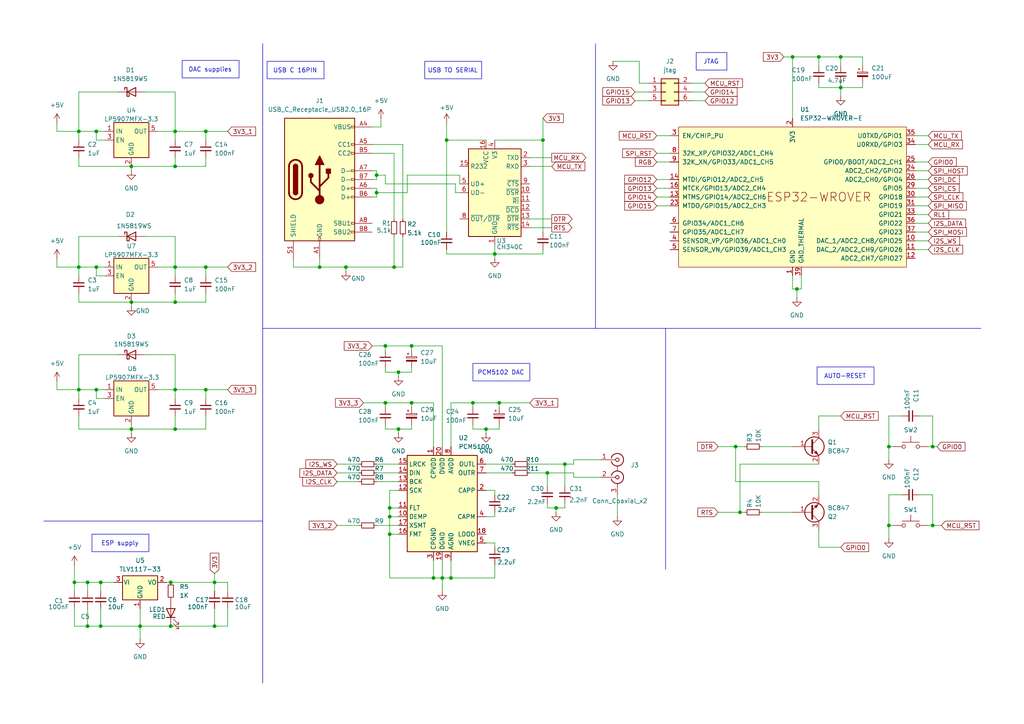
<source format=kicad_sch>
(kicad_sch (version 20231120) (generator "eeschema") (generator_version "8.0")
  (paper "A4")
  (title_block (title "LucaudioESP32") (date "2024-06-14") (rev "0.a") (comment 1 "Esp32 board running squeezelite for audio streaming"))
  (lib_symbols
    (symbol "Audio:PCM5100"
      (property "Reference" "U" (at -10.16 13.97 0))
      (property "Value" "PCM5100" (at 3.81 13.97 0))
      (symbol "PCM5100_1_1"
        (pin passive line (at -2.54 15.24 270) (length 2.54) (name "CPVDD") (number "1"))
        (pin input line (at -12.7 -5.08 0) (length 2.54) (name "DEMP") (number "10"))
        (pin input line (at -12.7 -2.54 0) (length 2.54) (name "FLT") (number "11"))
        (pin input line (at -12.7 2.54 0) (length 2.54) (name "SCK") (number "12"))
        (pin input line (at -12.7 5.08 0) (length 2.54) (name "BCK") (number "13"))
        (pin input line (at -12.7 7.62 0) (length 2.54) (name "DIN") (number "14"))
        (pin input line (at -12.7 10.16 0) (length 2.54) (name "LRCK") (number "15"))
        (pin input line (at -12.7 -10.16 0) (length 2.54) (name "FMT") (number "16"))
        (pin input line (at -12.7 -7.62 0) (length 2.54) (name "XSMT") (number "17"))
        (pin passive line (at 12.7 -10.16 180) (length 2.54) (name "LDOO") (number "18"))
        (pin power_in line (at 0 -17.78 90) (length 2.54) (name "DGND") (number "19"))
        (pin passive line (at 12.7 2.54 180) (length 2.54) (name "CAPP") (number "2"))
        (pin power_in line (at 0 15.24 270) (length 2.54) (name "DVDD") (number "20"))
        (pin power_in line (at -2.54 -17.78 90) (length 2.54) (name "CPGND") (number "3"))
        (pin passive line (at 12.7 -5.08 180) (length 2.54) (name "CAPM") (number "4"))
        (pin passive line (at 12.7 -12.7 180) (length 2.54) (name "VNEG") (number "5"))
        (pin output line (at 12.7 10.16 180) (length 2.54) (name "OUTL") (number "6"))
        (pin output line (at 12.7 7.62 180) (length 2.54) (name "OUTR") (number "7"))
        (pin power_in line (at 2.54 15.24 270) (length 2.54) (name "AVDD") (number "8"))
        (pin power_in line (at 2.54 -17.78 90) (length 2.54) (name "AGND") (number "9"))
      )
    )
    (symbol "Connector:Conn_Coaxial_x2" (pin_names (offset 1.016) hide)
      (property "Reference" "J" (at 0 5.715 0))
      (property "Value" "Conn_Coaxial_x2" (at 2.921 0 90))
      (symbol "Conn_Coaxial_x2_1_1"
        (pin passive line (at -5.08 2.54 0) (length 2.54) (name "IN1") (number "1"))
        (pin passive line (at -5.08 -2.54 0) (length 2.54) (name "IN2") (number "2"))
        (pin passive line (at 0 -7.62 90) (length 2.54) (name "EXT") (number "3"))
      )
    )
    (symbol "Connector:USB_C_Receptacle_USB2.0_16P" (pin_names (offset 1.016))
      (property "Reference" "J" (at 0 22.225 0))
      (property "Value" "USB_C_Receptacle_USB2.0_16P" (at 0 19.685 0))
      (symbol "USB_C_Receptacle_USB2.0_16P_1_1"
        (pin passive line (at 0 -22.86 90) (length 5.08) (name "GND") (number "A1"))
        (pin passive line (at 0 -22.86 90) (length 5.08) hide (name "GND") (number "A12"))
        (pin passive line (at 15.24 15.24 180) (length 5.08) (name "VBUS") (number "A4"))
        (pin bidirectional line (at 15.24 10.16 180) (length 5.08) (name "CC1") (number "A5"))
        (pin bidirectional line (at 15.24 -2.54 180) (length 5.08) (name "D+") (number "A6"))
        (pin bidirectional line (at 15.24 2.54 180) (length 5.08) (name "D-") (number "A7"))
        (pin bidirectional line (at 15.24 -12.7 180) (length 5.08) (name "SBU1") (number "A8"))
        (pin passive line (at 15.24 15.24 180) (length 5.08) hide (name "VBUS") (number "A9"))
        (pin passive line (at 0 -22.86 90) (length 5.08) hide (name "GND") (number "B1"))
        (pin passive line (at 0 -22.86 90) (length 5.08) hide (name "GND") (number "B12"))
        (pin passive line (at 15.24 15.24 180) (length 5.08) hide (name "VBUS") (number "B4"))
        (pin bidirectional line (at 15.24 7.62 180) (length 5.08) (name "CC2") (number "B5"))
        (pin bidirectional line (at 15.24 -5.08 180) (length 5.08) (name "D+") (number "B6"))
        (pin bidirectional line (at 15.24 0 180) (length 5.08) (name "D-") (number "B7"))
        (pin bidirectional line (at 15.24 -15.24 180) (length 5.08) (name "SBU2") (number "B8"))
        (pin passive line (at 15.24 15.24 180) (length 5.08) hide (name "VBUS") (number "B9"))
        (pin passive line (at -7.62 -22.86 90) (length 5.08) (name "SHIELD") (number "S1"))
      )
    )
    (symbol "Connector_Generic:Conn_02x03_Odd_Even" (pin_names (offset 1.016) hide)
      (property "Reference" "J" (at 1.27 5.08 0))
      (property "Value" "Conn_02x03_Odd_Even" (at 1.27 -5.08 0))
      (symbol "Conn_02x03_Odd_Even_1_1"
        (pin passive line (at -5.08 2.54 0) (length 3.81) (name "Pin_1") (number "1"))
        (pin passive line (at 7.62 2.54 180) (length 3.81) (name "Pin_2") (number "2"))
        (pin passive line (at -5.08 0 0) (length 3.81) (name "Pin_3") (number "3"))
        (pin passive line (at 7.62 0 180) (length 3.81) (name "Pin_4") (number "4"))
        (pin passive line (at -5.08 -2.54 0) (length 3.81) (name "Pin_5") (number "5"))
        (pin passive line (at 7.62 -2.54 180) (length 3.81) (name "Pin_6") (number "6"))
      )
    )
    (symbol "Device:C_Polarized_Small" (pin_numbers hide) (pin_names (offset 0.254) hide)
      (property "Reference" "C" (at 0.254 1.778 0))
      (property "Value" "C_Polarized_Small" (at 0.254 -2.032 0))
      (symbol "C_Polarized_Small_1_1"
        (pin passive line (at 0 2.54 270) (length 1.8542) (name "~") (number "1"))
        (pin passive line (at 0 -2.54 90) (length 1.8542) (name "~") (number "2"))
      )
    )
    (symbol "Device:C_Small" (pin_numbers hide) (pin_names (offset 0.254) hide)
      (property "Reference" "C" (at 0.254 1.778 0))
      (property "Value" "C_Small" (at 0.254 -2.032 0))
      (symbol "C_Small_1_1"
        (pin passive line (at 0 2.54 270) (length 2.032) (name "~") (number "1"))
        (pin passive line (at 0 -2.54 90) (length 2.032) (name "~") (number "2"))
      )
    )
    (symbol "Device:LED" (pin_numbers hide) (pin_names (offset 1.016) hide)
      (property "Reference" "D" (at 0 2.54 0))
      (property "Value" "LED" (at 0 -2.54 0))
      (symbol "LED_1_1"
        (pin passive line (at -3.81 0 0) (length 2.54) (name "K") (number "1"))
        (pin passive line (at 3.81 0 180) (length 2.54) (name "A") (number "2"))
      )
    )
    (symbol "Device:R_Small" (pin_numbers hide) (pin_names (offset 0.254) hide)
      (property "Reference" "R" (at 0.762 0.508 0))
      (property "Value" "R_Small" (at 0.762 -1.016 0))
      (symbol "R_Small_1_1"
        (pin passive line (at 0 2.54 270) (length 0.762) (name "~") (number "1"))
        (pin passive line (at 0 -2.54 90) (length 0.762) (name "~") (number "2"))
      )
    )
    (symbol "Diode:1N5819WS" (pin_numbers hide) (pin_names (offset 1.016) hide)
      (property "Reference" "D" (at 0 2.54 0))
      (property "Value" "1N5819WS" (at 0 -2.54 0))
      (symbol "1N5819WS_1_1"
        (pin passive line (at -3.81 0 0) (length 2.54) (name "K") (number "1"))
        (pin passive line (at 3.81 0 180) (length 2.54) (name "A") (number "2"))
      )
    )
    (symbol "Espressif:ESP32-WROVER-E" (pin_names (offset 1.016))
      (property "Reference" "U1" (at 2.1941 25.4 0))
      (property "Value" "ESP32-WROVER-E" (at 2.1941 22.86 0))
      (symbol "ESP32-WROVER-E_1_1"
        (text "ESP32-­WROVER" (at 7.62 0 0) (effects (font (size 2.54 2.54))))
        (pin power_in line (at 0 -22.86 90) (length 2.54) (name "GND") (number "1"))
        (pin bidirectional line (at 35.56 -12.7 180) (length 2.54) (name "DAC_1/ADC2_CH8/GPIO25") (number "10"))
        (pin bidirectional line (at 35.56 -15.24 180) (length 2.54) (name "DAC_2/ADC2_CH9/GPIO26") (number "11"))
        (pin bidirectional line (at 35.56 -17.78 180) (length 2.54) (name "ADC2_CH7/GPIO27") (number "12"))
        (pin bidirectional line (at -35.56 0 0) (length 2.54) (name "MTMS/GPIO14/ADC2_CH6") (number "13"))
        (pin bidirectional line (at -35.56 5.08 0) (length 2.54) (name "MTDI/GPIO12/ADC2_CH5") (number "14"))
        (pin passive line (at 0 -22.86 90) (length 2.54) hide (name "GND") (number "15"))
        (pin bidirectional line (at -35.56 2.54 0) (length 2.54) (name "MTCK/GPIO13/ADC2_CH4") (number "16"))
        (pin no_connect line (at -29.21 -22.86 90) (length 2.54) hide (name "NC") (number "17"))
        (pin no_connect line (at -8.89 -22.86 90) (length 2.54) hide (name "NC") (number "18"))
        (pin no_connect line (at -26.67 -22.86 90) (length 2.54) hide (name "NC") (number "19"))
        (pin power_in line (at 0 22.86 270) (length 2.54) (name "3V3") (number "2"))
        (pin no_connect line (at -24.13 -22.86 90) (length 2.54) hide (name "NC") (number "20"))
        (pin no_connect line (at -11.43 -22.86 90) (length 2.54) hide (name "NC") (number "21"))
        (pin no_connect line (at -13.97 -22.86 90) (length 2.54) hide (name "NC") (number "22"))
        (pin bidirectional line (at -35.56 -2.54 0) (length 2.54) (name "MTDO/GPIO15/ADC2_CH3") (number "23"))
        (pin bidirectional line (at 35.56 7.62 180) (length 2.54) (name "ADC2_CH2/GPIO2") (number "24"))
        (pin bidirectional line (at 35.56 10.16 180) (length 2.54) (name "GPIO0/BOOT/ADC2_CH1") (number "25"))
        (pin bidirectional line (at 35.56 5.08 180) (length 2.54) (name "ADC2_CH0/GPIO4") (number "26"))
        (pin no_connect line (at -16.51 -22.86 90) (length 2.54) hide (name "NC") (number "27"))
        (pin no_connect line (at -19.05 -22.86 90) (length 2.54) hide (name "NC") (number "28"))
        (pin bidirectional line (at 35.56 2.54 180) (length 2.54) (name "GPIO5") (number "29"))
        (pin input line (at -35.56 17.78 0) (length 2.54) (name "EN/CHIP_PU") (number "3"))
        (pin bidirectional line (at 35.56 0 180) (length 2.54) (name "GPIO18") (number "30"))
        (pin bidirectional line (at 35.56 -2.54 180) (length 2.54) (name "GPIO19") (number "31"))
        (pin no_connect line (at -21.59 -22.86 90) (length 2.54) hide (name "NC") (number "32"))
        (pin bidirectional line (at 35.56 -5.08 180) (length 2.54) (name "GPIO21") (number "33"))
        (pin bidirectional line (at 35.56 15.24 180) (length 2.54) (name "U0RXD/GPIO3") (number "34"))
        (pin bidirectional line (at 35.56 17.78 180) (length 2.54) (name "U0TXD/GPIO1") (number "35"))
        (pin bidirectional line (at 35.56 -7.62 180) (length 2.54) (name "GPIO22") (number "36"))
        (pin bidirectional line (at 35.56 -10.16 180) (length 2.54) (name "GPIO23") (number "37"))
        (pin passive line (at 0 -22.86 90) (length 2.54) hide (name "GND") (number "38"))
        (pin power_in line (at 2.54 -22.86 90) (length 2.54) (name "GND_THERMAL") (number "39"))
        (pin input line (at -35.56 -12.7 0) (length 2.54) (name "SENSOR_VP/GPIO36/ADC1_CH0") (number "4"))
        (pin input line (at -35.56 -15.24 0) (length 2.54) (name "SENSOR_VN/GPIO39/ADC1_CH3") (number "5"))
        (pin input line (at -35.56 -7.62 0) (length 2.54) (name "GPIO34/ADC1_CH6") (number "6"))
        (pin input line (at -35.56 -10.16 0) (length 2.54) (name "GPIO35/ADC1_CH7") (number "7"))
        (pin bidirectional line (at -35.56 12.7 0) (length 2.54) (name "32K_XP/GPIO32/ADC1_CH4") (number "8"))
        (pin bidirectional line (at -35.56 10.16 0) (length 2.54) (name "32K_XN/GPIO33/ADC1_CH5") (number "9"))
      )
    )
    (symbol "Interface_USB:CH340C"
      (property "Reference" "U" (at -5.08 13.97 0))
      (property "Value" "CH340C" (at 1.27 13.97 0))
      (symbol "CH340C_1_1"
        (pin power_in line (at 0 -15.24 90) (length 2.54) (name "GND") (number "1"))
        (pin input line (at 10.16 0 180) (length 2.54) (name "~{DSR}") (number "10"))
        (pin input line (at 10.16 -2.54 180) (length 2.54) (name "~{RI}") (number "11"))
        (pin input line (at 10.16 -5.08 180) (length 2.54) (name "~{DCD}") (number "12"))
        (pin output line (at 10.16 -7.62 180) (length 2.54) (name "~{DTR}") (number "13"))
        (pin output line (at 10.16 -10.16 180) (length 2.54) (name "~{RTS}") (number "14"))
        (pin input line (at -10.16 7.62 0) (length 2.54) (name "R232") (number "15"))
        (pin power_in line (at -2.54 15.24 270) (length 2.54) (name "VCC") (number "16"))
        (pin output line (at 10.16 10.16 180) (length 2.54) (name "TXD") (number "2"))
        (pin input line (at 10.16 7.62 180) (length 2.54) (name "RXD") (number "3"))
        (pin power_out line (at 0 15.24 270) (length 2.54) (name "V3") (number "4"))
        (pin bidirectional line (at -10.16 2.54 0) (length 2.54) (name "UD+") (number "5"))
        (pin bidirectional line (at -10.16 0 0) (length 2.54) (name "UD-") (number "6"))
        (pin no_connect line (at -7.62 -5.08 0) (length 2.54) hide (name "NC") (number "7"))
        (pin output line (at -10.16 -7.62 0) (length 2.54) (name "~{OUT}/~{DTR}") (number "8"))
        (pin input line (at 10.16 2.54 180) (length 2.54) (name "~{CTS}") (number "9"))
      )
    )
    (symbol "Regulator_Linear:LP5907MFX-3.3"
      (property "Reference" "U" (at -3.81 6.35 0))
      (property "Value" "LP5907MFX-3.3" (at 6.35 6.35 0))
      (symbol "LP5907MFX-3.3_0_1"
        (pin power_in line (at -7.62 2.54 0) (length 2.54) (name "IN") (number "1"))
        (pin power_in line (at 0 -7.62 90) (length 2.54) (name "GND") (number "2"))
        (pin input line (at -7.62 0 0) (length 2.54) (name "EN") (number "3"))
        (pin no_connect line (at 5.08 0 180) (length 2.54) hide (name "NC") (number "4"))
        (pin power_out line (at 7.62 2.54 180) (length 2.54) (name "OUT") (number "5"))
      )
    )
    (symbol "Regulator_Linear:TLV1117-33" (pin_names (offset 0.254))
      (property "Reference" "U" (at -3.81 3.175 0))
      (property "Value" "TLV1117-33" (at 0 3.175 0))
      (symbol "TLV1117-33_1_1"
        (pin power_in line (at 0 -7.62 90) (length 2.54) (name "GND") (number "1"))
        (pin power_out line (at 7.62 0 180) (length 2.54) (name "VO") (number "2"))
        (pin power_in line (at -7.62 0 0) (length 2.54) (name "VI") (number "3"))
      )
    )
    (symbol "Switch:SW_Omron_B3FS" (pin_numbers hide) (pin_names (offset 1.016) hide)
      (property "Reference" "SW" (at 1.27 2.54 0))
      (property "Value" "SW_Omron_B3FS" (at 0 -1.524 0))
      (symbol "SW_Omron_B3FS_0_1"
        (pin passive line (at -5.08 0 0) (length 2.54) (name "1") (number "1"))
        (pin passive line (at 5.08 0 180) (length 2.54) (name "2") (number "2"))
      )
    )
    (symbol "Transistor_BJT:BC847" (pin_names (offset 0) hide)
      (property "Reference" "Q" (at 5.08 1.905 0))
      (property "Value" "BC847" (at 5.08 0 0))
      (symbol "BC847_1_1"
        (pin input line (at -5.08 0 0) (length 5.715) (name "B") (number "1"))
        (pin passive line (at 2.54 -5.08 90) (length 2.54) (name "E") (number "2"))
        (pin passive line (at 2.54 5.08 270) (length 2.54) (name "C") (number "3"))
      )
    )
    (symbol "power:+5V" (power) (pin_numbers hide) (pin_names (offset 0) hide)
      (property "Value" "+5V" (at 0 3.556 0))
      (symbol "+5V_1_1"
        (pin power_in line (at 0 0 90) (length 0) (name "~") (number "1"))
      )
    )
    (symbol "power:GND" (power) (pin_numbers hide) (pin_names (offset 0) hide)
      (property "Value" "GND" (at 0 -3.81 0))
      (symbol "GND_1_1"
        (pin power_in line (at 0 0 270) (length 0) (name "~") (number "1"))
      )
    )
  )
  (junction (at 62.23 168.91))
  (junction (at 129.54 40.64))
  (junction (at 38.1 48.26))
  (junction (at 111.76 116.84))
  (junction (at 59.69 38.1))
  (junction (at 128.27 167.64))
  (junction (at 130.81 167.64))
  (junction (at 50.8 48.26))
  (junction (at 113.03 149.86))
  (junction (at 100.33 77.47))
  (junction (at 109.22 55.88))
  (junction (at 22.86 113.03))
  (junction (at 229.87 16.51))
  (junction (at 25.4 168.91))
  (junction (at 50.8 124.46))
  (junction (at 21.59 168.91))
  (junction (at 50.8 77.47))
  (junction (at 158.75 137.16))
  (junction (at 137.16 116.84))
  (junction (at 50.8 113.03))
  (junction (at 270.51 129.54))
  (junction (at 27.94 113.03))
  (junction (at 38.1 124.46))
  (junction (at 119.38 116.84))
  (junction (at 243.84 16.51))
  (junction (at 213.36 129.54))
  (junction (at 59.69 77.47))
  (junction (at 62.23 181.61))
  (junction (at 111.76 100.33))
  (junction (at 49.53 181.61))
  (junction (at 161.29 147.32))
  (junction (at 59.69 113.03))
  (junction (at 115.57 107.95))
  (junction (at 40.64 181.61))
  (junction (at 29.21 181.61))
  (junction (at 125.73 167.64))
  (junction (at 157.48 40.64))
  (junction (at 243.84 25.4))
  (junction (at 119.38 100.33))
  (junction (at 257.81 152.4))
  (junction (at 109.22 50.8))
  (junction (at 270.51 152.4))
  (junction (at 92.71 77.47))
  (junction (at 49.53 168.91))
  (junction (at 27.94 77.47))
  (junction (at 113.03 147.32))
  (junction (at 257.81 129.54))
  (junction (at 50.8 87.63))
  (junction (at 115.57 124.46))
  (junction (at 113.03 154.94))
  (junction (at 22.86 77.47))
  (junction (at 114.3 77.47))
  (junction (at 22.86 38.1))
  (junction (at 50.8 38.1))
  (junction (at 38.1 87.63))
  (junction (at 27.94 38.1))
  (junction (at 144.78 116.84))
  (junction (at 143.51 73.66))
  (junction (at 163.83 134.62))
  (junction (at 237.49 16.51))
  (junction (at 29.21 168.91))
  (junction (at 214.63 148.59))
  (junction (at 25.4 181.61))
  (junction (at 231.14 83.82))
  (junction (at 140.97 124.46))
  (wire (pts (xy 29.21 181.61) (xy 25.4 181.61)))
  (wire (pts (xy 243.84 16.51) (xy 237.49 16.51)))
  (wire (pts (xy 143.51 157.48) (xy 143.51 158.75)))
  (wire (pts (xy 144.78 123.19) (xy 144.78 124.46)))
  (wire (pts (xy 237.49 19.05) (xy 237.49 16.51)))
  (wire (pts (xy 107.95 54.61) (xy 109.22 54.61)))
  (wire (pts (xy 50.8 68.58) (xy 50.8 77.47)))
  (wire (pts (xy 237.49 158.75) (xy 237.49 153.67)))
  (wire (pts (xy 119.38 116.84) (xy 119.38 118.11)))
  (wire (pts (xy 34.29 26.67) (xy 22.86 26.67)))
  (wire (pts (xy 173.99 138.43) (xy 166.37 138.43)))
  (wire (pts (xy 66.04 168.91) (xy 66.04 171.45)))
  (wire (pts (xy 85.09 77.47) (xy 92.71 77.47)))
  (wire (pts (xy 190.5 44.45) (xy 194.31 44.45)))
  (wire (pts (xy 158.75 137.16) (xy 166.37 137.16)))
  (wire (pts (xy 109.22 137.16) (xy 115.57 137.16)))
  (wire (pts (xy 137.16 123.19) (xy 137.16 124.46)))
  (wire (pts (xy 30.48 40.64) (xy 27.94 40.64)))
  (wire (pts (xy 140.97 137.16) (xy 148.59 137.16)))
  (wire (pts (xy 265.43 39.37) (xy 269.24 39.37)))
  (wire (pts (xy 111.76 53.34) (xy 132.08 53.34)))
  (wire (pts (xy 119.38 107.95) (xy 115.57 107.95)))
  (wire (pts (xy 27.94 80.01) (xy 27.94 77.47)))
  (wire (pts (xy 190.5 46.99) (xy 194.31 46.99)))
  (wire (pts (xy 237.49 143.51) (xy 237.49 139.7)))
  (wire (pts (xy 220.98 148.59) (xy 229.87 148.59)))
  (wire (pts (xy 38.1 124.46) (xy 38.1 125.73)))
  (wire (pts (xy 157.48 73.66) (xy 143.51 73.66)))
  (wire (pts (xy 137.16 116.84) (xy 130.81 116.84)))
  (wire (pts (xy 153.67 134.62) (xy 163.83 134.62)))
  (wire (pts (xy 114.3 68.58) (xy 114.3 77.47)))
  (wire (pts (xy 50.8 26.67) (xy 50.8 38.1)))
  (polyline (pts (xy 172.72 12.7) (xy 172.72 95.25)))
  (wire (pts (xy 200.66 29.21) (xy 204.47 29.21)))
  (wire (pts (xy 113.03 149.86) (xy 113.03 147.32)))
  (wire (pts (xy 29.21 168.91) (xy 25.4 168.91)))
  (wire (pts (xy 34.29 68.58) (xy 22.86 68.58)))
  (wire (pts (xy 59.69 120.65) (xy 59.69 124.46)))
  (wire (pts (xy 257.81 152.4) (xy 259.08 152.4)))
  (wire (pts (xy 237.49 24.13) (xy 237.49 25.4)))
  (wire (pts (xy 128.27 100.33) (xy 128.27 129.54)))
  (wire (pts (xy 59.69 115.57) (xy 59.69 113.03)))
  (wire (pts (xy 153.67 116.84) (xy 144.78 116.84)))
  (wire (pts (xy 22.86 48.26) (xy 38.1 48.26)))
  (wire (pts (xy 190.5 54.61) (xy 194.31 54.61)))
  (wire (pts (xy 41.91 26.67) (xy 50.8 26.67)))
  (wire (pts (xy 66.04 176.53) (xy 66.04 181.61)))
  (wire (pts (xy 62.23 181.61) (xy 49.53 181.61)))
  (wire (pts (xy 59.69 45.72) (xy 59.69 48.26)))
  (wire (pts (xy 143.51 71.12) (xy 143.51 73.66)))
  (wire (pts (xy 144.78 116.84) (xy 137.16 116.84)))
  (wire (pts (xy 22.86 45.72) (xy 22.86 48.26)))
  (wire (pts (xy 229.87 16.51) (xy 229.87 34.29)))
  (wire (pts (xy 243.84 24.13) (xy 243.84 25.4)))
  (wire (pts (xy 190.5 59.69) (xy 194.31 59.69)))
  (wire (pts (xy 143.51 163.83) (xy 143.51 167.64)))
  (wire (pts (xy 50.8 48.26) (xy 50.8 45.72)))
  (wire (pts (xy 97.79 139.7) (xy 104.14 139.7)))
  (wire (pts (xy 59.69 40.64) (xy 59.69 38.1)))
  (wire (pts (xy 237.49 25.4) (xy 243.84 25.4)))
  (wire (pts (xy 232.41 80.01) (xy 232.41 83.82)))
  (wire (pts (xy 143.51 148.59) (xy 143.51 149.86)))
  (wire (pts (xy 111.76 116.84) (xy 111.76 118.11)))
  (wire (pts (xy 213.36 139.7) (xy 213.36 129.54)))
  (wire (pts (xy 130.81 116.84) (xy 130.81 129.54)))
  (wire (pts (xy 115.57 125.73) (xy 115.57 124.46)))
  (wire (pts (xy 143.51 142.24) (xy 140.97 142.24)))
  (wire (pts (xy 59.69 38.1) (xy 66.04 38.1)))
  (wire (pts (xy 109.22 55.88) (xy 109.22 57.15)))
  (wire (pts (xy 231.14 83.82) (xy 231.14 86.36)))
  (wire (pts (xy 250.19 19.05) (xy 250.19 16.51)))
  (wire (pts (xy 265.43 49.53) (xy 269.24 49.53)))
  (wire (pts (xy 113.03 154.94) (xy 113.03 149.86)))
  (wire (pts (xy 29.21 168.91) (xy 29.21 171.45)))
  (wire (pts (xy 143.51 167.64) (xy 130.81 167.64)))
  (wire (pts (xy 119.38 106.68) (xy 119.38 107.95)))
  (wire (pts (xy 265.43 41.91) (xy 269.24 41.91)))
  (wire (pts (xy 109.22 55.88) (xy 118.11 55.88)))
  (polyline (pts (xy 76.2 151.13) (xy 76.2 198.12)))
  (wire (pts (xy 125.73 167.64) (xy 128.27 167.64)))
  (wire (pts (xy 59.69 77.47) (xy 59.69 80.01)))
  (wire (pts (xy 229.87 83.82) (xy 231.14 83.82)))
  (wire (pts (xy 30.48 80.01) (xy 27.94 80.01)))
  (wire (pts (xy 111.76 100.33) (xy 111.76 101.6)))
  (wire (pts (xy 21.59 181.61) (xy 25.4 181.61)))
  (wire (pts (xy 97.79 134.62) (xy 104.14 134.62)))
  (wire (pts (xy 41.91 68.58) (xy 50.8 68.58)))
  (wire (pts (xy 111.76 107.95) (xy 115.57 107.95)))
  (wire (pts (xy 114.3 44.45) (xy 107.95 44.45)))
  (wire (pts (xy 161.29 147.32) (xy 158.75 147.32)))
  (wire (pts (xy 265.43 52.07) (xy 269.24 52.07)))
  (wire (pts (xy 177.8 17.78) (xy 185.42 17.78)))
  (wire (pts (xy 257.81 120.65) (xy 257.81 129.54)))
  (wire (pts (xy 22.86 113.03) (xy 22.86 115.57)))
  (wire (pts (xy 22.86 38.1) (xy 22.86 40.64)))
  (wire (pts (xy 109.22 50.8) (xy 109.22 52.07)))
  (wire (pts (xy 143.51 73.66) (xy 143.51 74.93)))
  (wire (pts (xy 111.76 100.33) (xy 119.38 100.33)))
  (wire (pts (xy 137.16 116.84) (xy 137.16 118.11)))
  (wire (pts (xy 166.37 138.43) (xy 166.37 137.16)))
  (wire (pts (xy 50.8 40.64) (xy 50.8 38.1)))
  (wire (pts (xy 92.71 77.47) (xy 92.71 74.93)))
  (wire (pts (xy 116.84 41.91) (xy 107.95 41.91)))
  (wire (pts (xy 185.42 17.78) (xy 185.42 24.13)))
  (wire (pts (xy 22.86 77.47) (xy 27.94 77.47)))
  (wire (pts (xy 161.29 148.59) (xy 161.29 147.32)))
  (wire (pts (xy 85.09 74.93) (xy 85.09 77.47)))
  (wire (pts (xy 116.84 63.5) (xy 116.84 41.91)))
  (wire (pts (xy 100.33 77.47) (xy 92.71 77.47)))
  (wire (pts (xy 50.8 87.63) (xy 38.1 87.63)))
  (wire (pts (xy 163.83 134.62) (xy 163.83 140.97)))
  (wire (pts (xy 265.43 69.85) (xy 269.24 69.85)))
  (wire (pts (xy 109.22 52.07) (xy 107.95 52.07)))
  (wire (pts (xy 132.08 55.88) (xy 133.35 55.88)))
  (wire (pts (xy 158.75 137.16) (xy 158.75 140.97)))
  (wire (pts (xy 25.4 168.91) (xy 21.59 168.91)))
  (wire (pts (xy 232.41 83.82) (xy 231.14 83.82)))
  (polyline (pts (xy 76.2 95.25) (xy 284.48 95.25)))
  (wire (pts (xy 270.51 120.65) (xy 270.51 129.54)))
  (wire (pts (xy 21.59 168.91) (xy 21.59 163.83)))
  (wire (pts (xy 163.83 147.32) (xy 161.29 147.32)))
  (wire (pts (xy 16.51 35.56) (xy 16.51 38.1)))
  (wire (pts (xy 109.22 134.62) (xy 115.57 134.62)))
  (wire (pts (xy 128.27 162.56) (xy 128.27 167.64)))
  (wire (pts (xy 45.72 38.1) (xy 50.8 38.1)))
  (wire (pts (xy 22.86 87.63) (xy 38.1 87.63)))
  (wire (pts (xy 130.81 162.56) (xy 130.81 167.64)))
  (polyline (pts (xy 76.2 12.7) (xy 76.2 151.13)))
  (wire (pts (xy 50.8 77.47) (xy 59.69 77.47)))
  (wire (pts (xy 59.69 85.09) (xy 59.69 87.63)))
  (wire (pts (xy 129.54 40.64) (xy 140.97 40.64)))
  (wire (pts (xy 111.76 124.46) (xy 111.76 123.19)))
  (wire (pts (xy 116.84 68.58) (xy 116.84 77.47)))
  (wire (pts (xy 109.22 49.53) (xy 109.22 50.8)))
  (wire (pts (xy 250.19 25.4) (xy 250.19 24.13)))
  (wire (pts (xy 34.29 102.87) (xy 22.86 102.87)))
  (wire (pts (xy 59.69 113.03) (xy 50.8 113.03)))
  (wire (pts (xy 119.38 116.84) (xy 125.73 116.84)))
  (wire (pts (xy 111.76 50.8) (xy 111.76 53.34)))
  (wire (pts (xy 270.51 152.4) (xy 273.05 152.4)))
  (wire (pts (xy 140.97 134.62) (xy 148.59 134.62)))
  (wire (pts (xy 208.28 148.59) (xy 214.63 148.59)))
  (wire (pts (xy 113.03 142.24) (xy 113.03 147.32)))
  (wire (pts (xy 38.1 48.26) (xy 50.8 48.26)))
  (wire (pts (xy 250.19 16.51) (xy 243.84 16.51)))
  (wire (pts (xy 243.84 25.4) (xy 250.19 25.4)))
  (wire (pts (xy 261.62 120.65) (xy 257.81 120.65)))
  (wire (pts (xy 16.51 77.47) (xy 22.86 77.47)))
  (wire (pts (xy 153.67 66.04) (xy 160.02 66.04)))
  (wire (pts (xy 109.22 139.7) (xy 115.57 139.7)))
  (wire (pts (xy 59.69 124.46) (xy 50.8 124.46)))
  (wire (pts (xy 214.63 148.59) (xy 215.9 148.59)))
  (wire (pts (xy 22.86 85.09) (xy 22.86 87.63)))
  (wire (pts (xy 237.49 139.7) (xy 213.36 139.7)))
  (wire (pts (xy 265.43 72.39) (xy 269.24 72.39)))
  (wire (pts (xy 22.86 38.1) (xy 27.94 38.1)))
  (wire (pts (xy 143.51 143.51) (xy 143.51 142.24)))
  (wire (pts (xy 144.78 116.84) (xy 144.78 118.11)))
  (wire (pts (xy 115.57 142.24) (xy 113.03 142.24)))
  (wire (pts (xy 265.43 57.15) (xy 269.24 57.15)))
  (wire (pts (xy 125.73 116.84) (xy 125.73 129.54)))
  (wire (pts (xy 265.43 59.69) (xy 269.24 59.69)))
  (wire (pts (xy 270.51 143.51) (xy 270.51 152.4)))
  (wire (pts (xy 113.03 147.32) (xy 115.57 147.32)))
  (wire (pts (xy 243.84 158.75) (xy 237.49 158.75)))
  (wire (pts (xy 220.98 129.54) (xy 229.87 129.54)))
  (wire (pts (xy 129.54 35.56) (xy 129.54 40.64)))
  (wire (pts (xy 50.8 38.1) (xy 59.69 38.1)))
  (wire (pts (xy 153.67 48.26) (xy 160.02 48.26)))
  (polyline (pts (xy 193.04 95.25) (xy 193.04 165.1)))
  (wire (pts (xy 184.15 29.21) (xy 187.96 29.21)))
  (wire (pts (xy 41.91 102.87) (xy 50.8 102.87)))
  (wire (pts (xy 107.95 49.53) (xy 109.22 49.53)))
  (wire (pts (xy 158.75 147.32) (xy 158.75 146.05)))
  (wire (pts (xy 163.83 146.05) (xy 163.83 147.32)))
  (wire (pts (xy 109.22 54.61) (xy 109.22 55.88)))
  (wire (pts (xy 113.03 167.64) (xy 125.73 167.64)))
  (wire (pts (xy 22.86 26.67) (xy 22.86 38.1)))
  (wire (pts (xy 185.42 24.13) (xy 187.96 24.13)))
  (wire (pts (xy 38.1 48.26) (xy 38.1 49.53)))
  (wire (pts (xy 109.22 50.8) (xy 111.76 50.8)))
  (wire (pts (xy 109.22 152.4) (xy 115.57 152.4)))
  (wire (pts (xy 129.54 73.66) (xy 143.51 73.66)))
  (wire (pts (xy 22.86 120.65) (xy 22.86 124.46)))
  (wire (pts (xy 62.23 168.91) (xy 62.23 171.45)))
  (wire (pts (xy 50.8 124.46) (xy 38.1 124.46)))
  (wire (pts (xy 48.26 168.91) (xy 49.53 168.91)))
  (wire (pts (xy 59.69 77.47) (xy 66.04 77.47)))
  (wire (pts (xy 200.66 26.67) (xy 204.47 26.67)))
  (wire (pts (xy 45.72 113.03) (xy 50.8 113.03)))
  (wire (pts (xy 116.84 77.47) (xy 114.3 77.47)))
  (wire (pts (xy 257.81 129.54) (xy 259.08 129.54)))
  (wire (pts (xy 157.48 34.29) (xy 157.48 40.64)))
  (wire (pts (xy 257.81 156.21) (xy 257.81 152.4)))
  (wire (pts (xy 140.97 157.48) (xy 143.51 157.48)))
  (wire (pts (xy 265.43 54.61) (xy 269.24 54.61)))
  (wire (pts (xy 129.54 72.39) (xy 129.54 73.66)))
  (wire (pts (xy 229.87 80.01) (xy 229.87 83.82)))
  (wire (pts (xy 130.81 167.64) (xy 128.27 167.64)))
  (wire (pts (xy 190.5 57.15) (xy 194.31 57.15)))
  (wire (pts (xy 38.1 87.63) (xy 38.1 88.9)))
  (wire (pts (xy 214.63 134.62) (xy 214.63 148.59)))
  (wire (pts (xy 140.97 124.46) (xy 140.97 125.73)))
  (wire (pts (xy 190.5 52.07) (xy 194.31 52.07)))
  (wire (pts (xy 107.95 36.83) (xy 110.49 36.83)))
  (wire (pts (xy 16.51 38.1) (xy 22.86 38.1)))
  (wire (pts (xy 25.4 168.91) (xy 25.4 171.45)))
  (wire (pts (xy 243.84 19.05) (xy 243.84 16.51)))
  (wire (pts (xy 237.49 120.65) (xy 243.84 120.65)))
  (wire (pts (xy 265.43 62.23) (xy 269.24 62.23)))
  (polyline (pts (xy 12.7 151.13) (xy 76.2 151.13)))
  (wire (pts (xy 16.51 74.93) (xy 16.51 77.47)))
  (wire (pts (xy 111.76 106.68) (xy 111.76 107.95)))
  (wire (pts (xy 33.02 168.91) (xy 29.21 168.91)))
  (wire (pts (xy 40.64 176.53) (xy 40.64 181.61)))
  (wire (pts (xy 50.8 85.09) (xy 50.8 87.63)))
  (wire (pts (xy 97.79 152.4) (xy 104.14 152.4)))
  (wire (pts (xy 27.94 38.1) (xy 30.48 38.1)))
  (wire (pts (xy 27.94 113.03) (xy 30.48 113.03)))
  (wire (pts (xy 261.62 143.51) (xy 257.81 143.51)))
  (wire (pts (xy 153.67 63.5) (xy 160.02 63.5)))
  (wire (pts (xy 59.69 87.63) (xy 50.8 87.63)))
  (wire (pts (xy 227.33 16.51) (xy 229.87 16.51)))
  (wire (pts (xy 111.76 116.84) (xy 119.38 116.84)))
  (wire (pts (xy 128.27 167.64) (xy 128.27 171.45)))
  (wire (pts (xy 200.66 24.13) (xy 204.47 24.13)))
  (wire (pts (xy 269.24 46.99) (xy 265.43 46.99)))
  (wire (pts (xy 237.49 16.51) (xy 229.87 16.51)))
  (wire (pts (xy 166.37 134.62) (xy 166.37 133.35)))
  (wire (pts (xy 59.69 113.03) (xy 66.04 113.03)))
  (wire (pts (xy 115.57 154.94) (xy 113.03 154.94)))
  (wire (pts (xy 114.3 63.5) (xy 114.3 44.45)))
  (wire (pts (xy 157.48 40.64) (xy 143.51 40.64)))
  (wire (pts (xy 143.51 149.86) (xy 140.97 149.86)))
  (wire (pts (xy 265.43 67.31) (xy 269.24 67.31)))
  (wire (pts (xy 16.51 113.03) (xy 22.86 113.03)))
  (wire (pts (xy 66.04 168.91) (xy 62.23 168.91)))
  (wire (pts (xy 22.86 68.58) (xy 22.86 77.47)))
  (wire (pts (xy 50.8 113.03) (xy 50.8 115.57)))
  (wire (pts (xy 50.8 120.65) (xy 50.8 124.46)))
  (wire (pts (xy 30.48 115.57) (xy 27.94 115.57)))
  (wire (pts (xy 270.51 152.4) (xy 269.24 152.4)))
  (wire (pts (xy 157.48 72.39) (xy 157.48 73.66)))
  (wire (pts (xy 153.67 45.72) (xy 160.02 45.72)))
  (wire (pts (xy 208.28 129.54) (xy 213.36 129.54)))
  (wire (pts (xy 27.94 115.57) (xy 27.94 113.03)))
  (wire (pts (xy 184.15 26.67) (xy 187.96 26.67)))
  (wire (pts (xy 144.78 124.46) (xy 140.97 124.46)))
  (wire (pts (xy 62.23 168.91) (xy 62.23 166.37)))
  (wire (pts (xy 237.49 134.62) (xy 214.63 134.62)))
  (wire (pts (xy 133.35 50.8) (xy 133.35 53.34)))
  (wire (pts (xy 66.04 181.61) (xy 62.23 181.61)))
  (wire (pts (xy 118.11 55.88) (xy 118.11 50.8)))
  (wire (pts (xy 49.53 168.91) (xy 62.23 168.91)))
  (wire (pts (xy 40.64 181.61) (xy 40.64 185.42)))
  (wire (pts (xy 157.48 67.31) (xy 157.48 40.64)))
  (wire (pts (xy 119.38 100.33) (xy 119.38 101.6)))
  (wire (pts (xy 100.33 77.47) (xy 100.33 78.74)))
  (wire (pts (xy 190.5 39.37) (xy 194.31 39.37)))
  (wire (pts (xy 45.72 77.47) (xy 50.8 77.47)))
  (wire (pts (xy 38.1 124.46) (xy 38.1 123.19)))
  (wire (pts (xy 50.8 102.87) (xy 50.8 113.03)))
  (wire (pts (xy 29.21 176.53) (xy 29.21 181.61)))
  (wire (pts (xy 114.3 77.47) (xy 100.33 77.47)))
  (wire (pts (xy 237.49 124.46) (xy 237.49 120.65)))
  (wire (pts (xy 25.4 181.61) (xy 25.4 176.53)))
  (wire (pts (xy 213.36 129.54) (xy 215.9 129.54)))
  (wire (pts (xy 109.22 57.15) (xy 107.95 57.15)))
  (wire (pts (xy 243.84 25.4) (xy 243.84 27.94)))
  (wire (pts (xy 113.03 154.94) (xy 113.03 167.64)))
  (wire (pts (xy 22.86 80.01) (xy 22.86 77.47)))
  (wire (pts (xy 115.57 149.86) (xy 113.03 149.86)))
  (wire (pts (xy 163.83 134.62) (xy 166.37 134.62)))
  (wire (pts (xy 179.07 143.51) (xy 179.07 149.86)))
  (wire (pts (xy 22.86 113.03) (xy 27.94 113.03)))
  (wire (pts (xy 270.51 129.54) (xy 271.78 129.54)))
  (wire (pts (xy 115.57 107.95) (xy 115.57 109.22)))
  (wire (pts (xy 119.38 100.33) (xy 128.27 100.33)))
  (wire (pts (xy 137.16 124.46) (xy 140.97 124.46)))
  (wire (pts (xy 59.69 48.26) (xy 50.8 48.26)))
  (wire (pts (xy 153.67 137.16) (xy 158.75 137.16)))
  (wire (pts (xy 107.95 100.33) (xy 111.76 100.33)))
  (wire (pts (xy 50.8 77.47) (xy 50.8 80.01)))
  (wire (pts (xy 21.59 168.91) (xy 21.59 171.45)))
  (wire (pts (xy 110.49 36.83) (xy 110.49 34.29)))
  (wire (pts (xy 16.51 110.49) (xy 16.51 113.03)))
  (wire (pts (xy 21.59 176.53) (xy 21.59 181.61)))
  (wire (pts (xy 266.7 143.51) (xy 270.51 143.51)))
  (wire (pts (xy 125.73 162.56) (xy 125.73 167.64)))
  (wire (pts (xy 29.21 181.61) (xy 40.64 181.61)))
  (wire (pts (xy 62.23 176.53) (xy 62.23 181.61)))
  (wire (pts (xy 129.54 67.31) (xy 129.54 40.64)))
  (wire (pts (xy 27.94 40.64) (xy 27.94 38.1)))
  (wire (pts (xy 266.7 120.65) (xy 270.51 120.65)))
  (wire (pts (xy 105.41 116.84) (xy 111.76 116.84)))
  (wire (pts (xy 119.38 123.19) (xy 119.38 124.46)))
  (wire (pts (xy 115.57 124.46) (xy 111.76 124.46)))
  (wire (pts (xy 22.86 124.46) (xy 38.1 124.46)))
  (wire (pts (xy 49.53 181.61) (xy 40.64 181.61)))
  (wire (pts (xy 257.81 143.51) (xy 257.81 152.4)))
  (wire (pts (xy 166.37 133.35) (xy 173.99 133.35)))
  (wire (pts (xy 27.94 77.47) (xy 30.48 77.47)))
  (wire (pts (xy 119.38 124.46) (xy 115.57 124.46)))
  (wire (pts (xy 132.08 53.34) (xy 132.08 55.88)))
  (wire (pts (xy 97.79 137.16) (xy 104.14 137.16)))
  (wire (pts (xy 118.11 50.8) (xy 133.35 50.8)))
  (wire (pts (xy 265.43 64.77) (xy 269.24 64.77)))
  (wire (pts (xy 257.81 129.54) (xy 257.81 133.35)))
  (wire (pts (xy 270.51 129.54) (xy 269.24 129.54)))
  (wire (pts (xy 22.86 102.87) (xy 22.86 113.03)))
  (rectangle (start 201.93 15.24) (end 210.82 20.32))
  (rectangle (start 26.67 154.94) (end 43.18 160.02))
  (rectangle (start 52.832 17.526) (end 69.342 22.606))
  (rectangle (start 137.16 105.41) (end 153.67 110.49))
  (rectangle (start 123.19 17.78) (end 139.7 22.86))
  (rectangle (start 236.982 106.426) (end 253.492 111.506))
  (rectangle (start 77.47 17.78) (end 93.98 22.86))
  (text "PCM5102 DAC" (at 145.288 108.204 0) (effects (font (size 1.27 1.27))))
  (text "USB C 16PIN" (at 85.598 20.574 0) (effects (font (size 1.27 1.27))))
  (text "DAC supplies" (at 60.96 20.32 0) (effects (font (size 1.27 1.27))))
  (text "AUTO-RESET" (at 245.11 109.22 0) (effects (font (size 1.27 1.27))))
  (text "JTAG" (at 206.248 18.034 0) (effects (font (size 1.27 1.27))))
  (text "ESP supply" (at 34.798 157.734 0) (effects (font (size 1.27 1.27))))
  (text "USB TO SERIAL" (at 131.318 20.574 0) (effects (font (size 1.27 1.27))))
  (global_label "MCU_RST" (shape input) (at 204.47 24.13 0) (property "Intersheetrefs" "${INTERSHEET_REFS}" (effects (hide yes))))
  (global_label "GPIO13" (shape input) (at 190.5 54.61 180) (property "Intersheetrefs" "${INTERSHEET_REFS}" (effects (hide yes))))
  (global_label "MCU_RST" (shape input) (at 243.84 120.65 0) (property "Intersheetrefs" "${INTERSHEET_REFS}" (effects (hide yes))))
  (global_label "I2S_WS" (shape input) (at 97.79 134.62 180) (property "Intersheetrefs" "${INTERSHEET_REFS}" (effects (hide yes))))
  (global_label "RTS" (shape input) (at 208.28 148.59 180) (property "Intersheetrefs" "${INTERSHEET_REFS}" (effects (hide yes))))
  (global_label "3V3" (shape input) (at 157.48 34.29 0) (property "Intersheetrefs" "${INTERSHEET_REFS}" (effects (hide yes))))
  (global_label "SPI_MOSI" (shape input) (at 269.24 67.31 0) (property "Intersheetrefs" "${INTERSHEET_REFS}" (effects (hide yes))))
  (global_label "GPIO15" (shape input) (at 190.5 59.69 180) (property "Intersheetrefs" "${INTERSHEET_REFS}" (effects (hide yes))))
  (global_label "RTS" (shape output) (at 160.02 66.04 0) (property "Intersheetrefs" "${INTERSHEET_REFS}" (effects (hide yes))))
  (global_label "GPIO14" (shape input) (at 190.5 57.15 180) (property "Intersheetrefs" "${INTERSHEET_REFS}" (effects (hide yes))))
  (global_label "RL1" (shape input) (at 269.24 62.23 0) (property "Intersheetrefs" "${INTERSHEET_REFS}" (effects (hide yes))))
  (global_label "GPIO12" (shape input) (at 190.5 52.07 180) (property "Intersheetrefs" "${INTERSHEET_REFS}" (effects (hide yes))))
  (global_label "MCU_RX" (shape input) (at 269.24 41.91 0) (property "Intersheetrefs" "${INTERSHEET_REFS}" (effects (hide yes))))
  (global_label "SPI_HOST" (shape input) (at 269.24 49.53 0) (property "Intersheetrefs" "${INTERSHEET_REFS}" (effects (hide yes))))
  (global_label "MCU_TX" (shape input) (at 269.24 39.37 0) (property "Intersheetrefs" "${INTERSHEET_REFS}" (effects (hide yes))))
  (global_label "DTR" (shape output) (at 160.02 63.5 0) (property "Intersheetrefs" "${INTERSHEET_REFS}" (effects (hide yes))))
  (global_label "3V3_1" (shape input) (at 66.04 38.1 0) (property "Intersheetrefs" "${INTERSHEET_REFS}" (effects (hide yes))))
  (global_label "3V3" (shape input) (at 227.33 16.51 180) (property "Intersheetrefs" "${INTERSHEET_REFS}" (effects (hide yes))))
  (global_label "GPIO13" (shape input) (at 184.15 29.21 180) (property "Intersheetrefs" "${INTERSHEET_REFS}" (effects (hide yes))))
  (global_label "MCU_RST" (shape input) (at 190.5 39.37 180) (property "Intersheetrefs" "${INTERSHEET_REFS}" (effects (hide yes))))
  (global_label "DTR" (shape input) (at 208.28 129.54 180) (property "Intersheetrefs" "${INTERSHEET_REFS}" (effects (hide yes))))
  (global_label "SPI_DC" (shape input) (at 269.24 52.07 0) (property "Intersheetrefs" "${INTERSHEET_REFS}" (effects (hide yes))))
  (global_label "3V3_1" (shape input) (at 153.67 116.84 0) (property "Intersheetrefs" "${INTERSHEET_REFS}" (effects (hide yes))))
  (global_label "SPI_CLK" (shape input) (at 269.24 57.15 0) (property "Intersheetrefs" "${INTERSHEET_REFS}" (effects (hide yes))))
  (global_label "MCU_RST" (shape input) (at 273.05 152.4 0) (property "Intersheetrefs" "${INTERSHEET_REFS}" (effects (hide yes))))
  (global_label "3V3" (shape input) (at 62.23 166.37 90) (property "Intersheetrefs" "${INTERSHEET_REFS}" (effects (hide yes))))
  (global_label "SPI_CS" (shape input) (at 269.24 54.61 0) (property "Intersheetrefs" "${INTERSHEET_REFS}" (effects (hide yes))))
  (global_label "GPIO15" (shape input) (at 184.15 26.67 180) (property "Intersheetrefs" "${INTERSHEET_REFS}" (effects (hide yes))))
  (global_label "I2S_DATA" (shape input) (at 269.24 64.77 0) (property "Intersheetrefs" "${INTERSHEET_REFS}" (effects (hide yes))))
  (global_label "GPIO0" (shape input) (at 271.78 129.54 0) (property "Intersheetrefs" "${INTERSHEET_REFS}" (effects (hide yes))))
  (global_label "I2S_CLK" (shape input) (at 269.24 72.39 0) (property "Intersheetrefs" "${INTERSHEET_REFS}" (effects (hide yes))))
  (global_label "GPIO0" (shape input) (at 243.84 158.75 0) (property "Intersheetrefs" "${INTERSHEET_REFS}" (effects (hide yes))))
  (global_label "MCU_RX" (shape output) (at 160.02 45.72 0) (property "Intersheetrefs" "${INTERSHEET_REFS}" (effects (hide yes))))
  (global_label "I2S_CLK" (shape input) (at 97.79 139.7 180) (property "Intersheetrefs" "${INTERSHEET_REFS}" (effects (hide yes))))
  (global_label "RGB" (shape input) (at 190.5 46.99 180) (property "Intersheetrefs" "${INTERSHEET_REFS}" (effects (hide yes))))
  (global_label "GPIO12" (shape input) (at 204.47 29.21 0) (property "Intersheetrefs" "${INTERSHEET_REFS}" (effects (hide yes))))
  (global_label "3V3_2" (shape input) (at 66.04 77.47 0) (property "Intersheetrefs" "${INTERSHEET_REFS}" (effects (hide yes))))
  (global_label "GPIO0" (shape input) (at 269.24 46.99 0) (property "Intersheetrefs" "${INTERSHEET_REFS}" (effects (hide yes))))
  (global_label "3V3_2" (shape input) (at 97.79 152.4 180) (property "Intersheetrefs" "${INTERSHEET_REFS}" (effects (hide yes))))
  (global_label "I2S_WS" (shape input) (at 269.24 69.85 0) (property "Intersheetrefs" "${INTERSHEET_REFS}" (effects (hide yes))))
  (global_label "I2S_DATA" (shape input) (at 97.79 137.16 180) (property "Intersheetrefs" "${INTERSHEET_REFS}" (effects (hide yes))))
  (global_label "SPI_MISO" (shape input) (at 269.24 59.69 0) (property "Intersheetrefs" "${INTERSHEET_REFS}" (effects (hide yes))))
  (global_label "3V3_3" (shape input) (at 66.04 113.03 0) (property "Intersheetrefs" "${INTERSHEET_REFS}" (effects (hide yes))))
  (global_label "GPIO14" (shape input) (at 204.47 26.67 0) (property "Intersheetrefs" "${INTERSHEET_REFS}" (effects (hide yes))))
  (global_label "MCU_TX" (shape input) (at 160.02 48.26 0) (property "Intersheetrefs" "${INTERSHEET_REFS}" (effects (hide yes))))
  (global_label "3V3_2" (shape input) (at 107.95 100.33 180) (property "Intersheetrefs" "${INTERSHEET_REFS}" (effects (hide yes))))
  (global_label "SPI_RST" (shape input) (at 190.5 44.45 180) (property "Intersheetrefs" "${INTERSHEET_REFS}" (effects (hide yes))))
  (global_label "3V3_3" (shape input) (at 105.41 116.84 180) (property "Intersheetrefs" "${INTERSHEET_REFS}" (effects (hide yes))))
  (symbol (lib_id "Device:R_Small") (at 49.53 171.45 0) (unit 1)
    (property "Reference" "R5" (at 52.07 170.1799 0) (effects (justify left)))
    (property "Value" "1K" (at 52.07 172.7199 0) (effects (justify left)))
    (property "Footprint" "Resistor_SMD:R_0805_2012Metric_Pad1.20x1.40mm_HandSolder" (effects (hide yes)))
    (property "Description" "Resistor, small symbol" (effects (hide yes)))
  )
  (symbol (lib_id "Device:R_Small") (at 151.13 137.16 90) (unit 1)
    (property "Reference" "R11" (at 154.432 135.89 90))
    (property "Value" "470" (at 147.066 135.89 90))
    (property "Footprint" "Resistor_SMD:R_1206_3216Metric_Pad1.30x1.75mm_HandSolder" (effects (hide yes)))
    (property "Description" "Resistor, small symbol" (effects (hide yes)))
  )
  (symbol (lib_id "power:GND") (at 177.8 17.78 0) (unit 1)
    (property "Reference" "#PWR023" (effects (hide yes)))
    (property "Value" "GND" (at 177.8 22.86 0))
    (property "Description" "Power symbol creates a global label with name \"GND\" , ground" (effects (hide yes)))
  )
  (symbol (lib_id "Device:C_Small") (at 237.49 21.59 0) (unit 1)
    (property "Reference" "C19" (at 229.616 20.32 0) (effects (justify left)))
    (property "Value" "100nF" (at 229.616 22.86 0) (effects (justify left)))
    (property "Footprint" "Capacitor_SMD:C_0805_2012Metric_Pad1.18x1.45mm_HandSolder" (effects (hide yes)))
    (property "Description" "Unpolarized capacitor, small symbol" (effects (hide yes)))
  )
  (symbol (lib_id "power:GND") (at 40.64 185.42 0) (unit 1)
    (property "Reference" "#PWR015" (effects (hide yes)))
    (property "Value" "GND" (at 40.64 190.5 0))
    (property "Description" "Power symbol creates a global label with name \"GND\" , ground" (effects (hide yes)))
  )
  (symbol (lib_id "Device:C_Small") (at 163.83 143.51 0) (unit 1)
    (property "Reference" "C31" (at 165.1 141.732 0) (effects (justify left)))
    (property "Value" "2.2nF" (at 165.1 145.034 0) (effects (justify left)))
    (property "Footprint" "Capacitor_SMD:C_0805_2012Metric_Pad1.18x1.45mm_HandSolder" (effects (hide yes)))
    (property "Description" "Unpolarized capacitor, small symbol" (effects (hide yes)))
  )
  (symbol (lib_id "Regulator_Linear:LP5907MFX-3.3") (at 38.1 40.64 0) (unit 1)
    (property "Reference" "U4" (at 38.1 32.004 0))
    (property "Value" "LP5907MFX-3.3" (at 38.1 34.544 0))
    (property "Footprint" "Package_TO_SOT_SMD:SOT-23-5" (effects (hide yes)))
    (property "Datasheet" "http://www.ti.com/lit/ds/symlink/lp5907.pdf" (effects (hide yes)))
    (property "Description" "250-mA Ultra-Low-Noise Low-IQ LDO, 3.3V, SOT-23" (effects (hide yes)))
  )
  (symbol (lib_id "Diode:1N5819WS") (at 38.1 68.58 0) (unit 1)
    (property "Reference" "D2" (at 37.7825 62.23 0))
    (property "Value" "1N5819WS" (at 38.862 65.532 0))
    (property "Footprint" "Diode_SMD:D_SOD-323_HandSoldering" (effects (hide yes)))
    (property "Datasheet" "https://datasheet.lcsc.com/lcsc/2204281430_Guangdong-Hottech-1N5819WS_C191023.pdf" (effects (hide yes)))
    (property "Description" "40V 600mV@1A 1A SOD-323 Schottky Barrier Diodes, SOD-323" (effects (hide yes)))
  )
  (symbol (lib_id "Diode:1N5819WS") (at 38.1 102.87 0) (unit 1)
    (property "Reference" "D3" (at 38.1 97.536 0))
    (property "Value" "1N5819WS" (at 38.1 99.822 0))
    (property "Footprint" "Diode_SMD:D_SOD-323_HandSoldering" (effects (hide yes)))
    (property "Datasheet" "https://datasheet.lcsc.com/lcsc/2204281430_Guangdong-Hottech-1N5819WS_C191023.pdf" (effects (hide yes)))
    (property "Description" "40V 600mV@1A 1A SOD-323 Schottky Barrier Diodes, SOD-323" (effects (hide yes)))
  )
  (symbol (lib_id "Device:C_Small") (at 50.8 82.55 0) (unit 1)
    (property "Reference" "C8" (at 53.34 81.2862 0) (effects (justify left)))
    (property "Value" "1uF" (at 53.34 83.8262 0) (effects (justify left)))
    (property "Footprint" "Capacitor_SMD:C_0805_2012Metric" (effects (hide yes)))
    (property "Description" "Unpolarized capacitor, small symbol" (effects (hide yes)))
  )
  (symbol (lib_id "power:GND") (at 115.57 109.22 0) (unit 1)
    (property "Reference" "#PWR020" (effects (hide yes)))
    (property "Value" "GND" (at 115.57 114.3 0))
    (property "Description" "Power symbol creates a global label with name \"GND\" , ground" (effects (hide yes)))
  )
  (symbol (lib_id "Transistor_BJT:BC847") (at 234.95 129.54 0) (unit 1)
    (property "Reference" "Q1" (at 240.03 128.2699 0) (effects (justify left)))
    (property "Value" "BC847" (at 240.03 130.8099 0) (effects (justify left)))
    (property "Footprint" "Package_TO_SOT_SMD:SOT-23" (effects (hide yes)))
    (property "Datasheet" "http://www.infineon.com/dgdl/Infineon-BC847SERIES_BC848SERIES_BC849SERIES_BC850SERIES-DS-v01_01-en.pdf?fileId=db3a304314dca389011541d4630a1657" (effects (hide yes)))
    (property "Description" "0.1A Ic, 45V Vce, NPN Transistor, SOT-23" (effects (hide yes)))
  )
  (symbol (lib_id "Espressif:ESP32-WROVER-E") (at 229.87 57.15 0) (unit 1)
    (property "Reference" "U1" (at 232.0641 31.75 0) (effects (justify left)))
    (property "Value" "ESP32-WROVER-E" (at 232.0641 34.29 0) (effects (justify left)))
    (property "Footprint" "Espressif:ESP32-WROVER-E" (effects (hide yes)))
    (property "Datasheet" "https://www.espressif.com/sites/default/files/documentation/esp32-wrover-e_esp32-wrover-ie_datasheet_en.pdf" (effects (hide yes)))
    (property "Description" "ESP32-WROVER-E and ESP32-WROVER-IE are two powerful, generic WiFi-BT-BLE MCU modules that target a wide variety of applications, ranging from low-power sensor networks to the most demanding tasks, such as voice encoding, music streaming and MP3 decoding. ESP32-WROVER-E comes with a PCB antenna, and ESP32-WROVER-IE with an IPEX antenna. They both featurea 4 MB external SPI flash and an additional 8 MB SPI Pseudo static RAM (PSRAM)." (effects (hide yes)))
  )
  (symbol (lib_id "Connector:USB_C_Receptacle_USB2.0_16P") (at 92.71 52.07 0) (unit 1)
    (property "Reference" "J1" (at 92.71 29.21 0))
    (property "Value" "USB_C_Receptacle_USB2.0_16P" (at 92.71 31.75 0))
    (property "Footprint" "Connector_USB:USB_C_Receptacle_G-Switch_GT-USB-7010ASV" (effects (hide yes)))
    (property "Datasheet" "https://www.usb.org/sites/default/files/documents/usb_type-c.zip" (effects (hide yes)))
    (property "Description" "USB 2.0-only 16P Type-C Receptacle connector" (effects (hide yes)))
  )
  (symbol (lib_id "Device:C_Polarized_Small") (at 250.19 21.59 0) (unit 1)
    (property "Reference" "C21" (at 252.73 19.7738 0) (effects (justify left)))
    (property "Value" "100uF" (at 252.73 22.3138 0) (effects (justify left)))
    (property "Footprint" "Capacitor_SMD:CP_Elec_5x4.5" (effects (hide yes)))
    (property "Description" "Polarized capacitor, small symbol" (effects (hide yes)))
  )
  (symbol (lib_id "Device:C_Small") (at 158.75 143.51 0) (unit 1)
    (property "Reference" "C30" (at 153.924 141.732 0) (effects (justify left)))
    (property "Value" "2.2nF" (at 152.908 145.542 0) (effects (justify left)))
    (property "Footprint" "Capacitor_SMD:C_0805_2012Metric_Pad1.18x1.45mm_HandSolder" (effects (hide yes)))
    (property "Description" "Unpolarized capacitor, small symbol" (effects (hide yes)))
  )
  (symbol (lib_id "Device:C_Small") (at 22.86 118.11 0) (unit 1)
    (property "Reference" "C4" (at 25.4 116.8462 0) (effects (justify left)))
    (property "Value" "1uF" (at 25.4 119.3862 0) (effects (justify left)))
    (property "Footprint" "Capacitor_SMD:C_0805_2012Metric" (effects (hide yes)))
    (property "Description" "Unpolarized capacitor, small symbol" (effects (hide yes)))
  )
  (symbol (lib_id "power:GND") (at 161.29 148.59 0) (unit 1)
    (property "Reference" "#PWR021" (effects (hide yes)))
    (property "Value" "GND" (at 161.29 153.67 0))
    (property "Description" "Power symbol creates a global label with name \"GND\" , ground" (effects (hide yes)))
  )
  (symbol (lib_id "power:GND") (at 140.97 125.73 0) (unit 1)
    (property "Reference" "#PWR018" (effects (hide yes)))
    (property "Value" "GND" (at 140.97 130.81 0))
    (property "Description" "Power symbol creates a global label with name \"GND\" , ground" (effects (hide yes)))
  )
  (symbol (lib_id "Device:C_Small") (at 62.23 173.99 0) (unit 1)
    (property "Reference" "C17" (at 56.642 173.99 0) (effects (justify left)))
    (property "Value" "100nF" (at 54.356 176.022 0) (effects (justify left)))
    (property "Footprint" "Capacitor_SMD:C_0805_2012Metric" (effects (hide yes)))
    (property "Description" "Unpolarized capacitor, small symbol" (effects (hide yes)))
  )
  (symbol (lib_id "Switch:SW_Omron_B3FS") (at 264.16 152.4 0) (unit 1)
    (property "Reference" "SW1" (at 264.16 147.828 0))
    (property "Value" "SW_Omron_B3FS" (effects (hide yes)))
    (property "Footprint" "Button_Switch_SMD:SW_SPST_Omron_B3FS-100xP" (effects (hide yes)))
    (property "Datasheet" "https://omronfs.omron.com/en_US/ecb/products/pdf/en-b3fs.pdf" (effects (hide yes)))
    (property "Description" "Omron B3FS 6x6mm single pole normally-open tactile switch" (effects (hide yes)))
  )
  (symbol (lib_id "Device:C_Small") (at 66.04 173.99 0) (unit 1)
    (property "Reference" "C18" (at 68.072 173.99 0) (effects (justify left)))
    (property "Value" "10uF" (at 68.072 176.022 0) (effects (justify left)))
    (property "Footprint" "Capacitor_SMD:C_0805_2012Metric" (effects (hide yes)))
    (property "Description" "Unpolarized capacitor, small symbol" (effects (hide yes)))
  )
  (symbol (lib_id "Device:C_Small") (at 143.51 161.29 0) (unit 1)
    (property "Reference" "C23" (at 144.018 159.512 0) (effects (justify left)))
    (property "Value" "2.2uF" (at 144.272 163.068 0) (effects (justify left)))
    (property "Footprint" "Capacitor_SMD:C_0805_2012Metric_Pad1.18x1.45mm_HandSolder" (effects (hide yes)))
    (property "Description" "Unpolarized capacitor, small symbol" (effects (hide yes)))
  )
  (symbol (lib_id "power:GND") (at 38.1 125.73 0) (unit 1)
    (property "Reference" "#PWR014" (effects (hide yes)))
    (property "Value" "GND" (at 38.1 130.81 0))
    (property "Description" "Power symbol creates a global label with name \"GND\" , ground" (effects (hide yes)))
  )
  (symbol (lib_id "power:GND") (at 179.07 149.86 0) (unit 1)
    (property "Reference" "#PWR022" (effects (hide yes)))
    (property "Value" "GND" (at 179.07 154.94 0))
    (property "Description" "Power symbol creates a global label with name \"GND\" , ground" (effects (hide yes)))
  )
  (symbol (lib_id "Regulator_Linear:TLV1117-33") (at 40.64 168.91 0) (unit 1)
    (property "Reference" "U5" (at 40.64 162.56 0))
    (property "Value" "TLV1117-33" (at 40.64 165.1 0))
    (property "Footprint" "Package_TO_SOT_SMD:SOT-223-3_TabPin2" (effects (hide yes)))
    (property "Datasheet" "http://www.ti.com/lit/ds/symlink/tlv1117.pdf" (effects (hide yes)))
    (property "Description" "800mA Low-Dropout Linear Regulator, 3.3V fixed output, TO-220/TO-252/TO-263/SOT-223" (effects (hide yes)))
  )
  (symbol (lib_id "power:GND") (at 38.1 49.53 0) (unit 1)
    (property "Reference" "#PWR012" (effects (hide yes)))
    (property "Value" "GND" (at 38.1 54.61 0))
    (property "Description" "Power symbol creates a global label with name \"GND\" , ground" (effects (hide yes)))
  )
  (symbol (lib_id "Device:R_Small") (at 106.68 152.4 90) (unit 1)
    (property "Reference" "R9" (at 109.982 151.13 90))
    (property "Value" "470" (at 102.616 151.13 90))
    (property "Footprint" "Resistor_SMD:R_0805_2012Metric_Pad1.20x1.40mm_HandSolder" (effects (hide yes)))
    (property "Description" "Resistor, small symbol" (effects (hide yes)))
  )
  (symbol (lib_id "Device:C_Small") (at 21.59 173.99 0) (unit 1)
    (property "Reference" "C1" (at 15.748 174.244 0) (effects (justify left)))
    (property "Value" "100nF" (at 13.97 176.022 0) (effects (justify left)))
    (property "Footprint" "Capacitor_SMD:C_0805_2012Metric" (effects (hide yes)))
    (property "Description" "Unpolarized capacitor, small symbol" (effects (hide yes)))
  )
  (symbol (lib_id "Device:C_Small") (at 59.69 43.18 0) (unit 1)
    (property "Reference" "C14" (at 62.23 41.9162 0) (effects (justify left)))
    (property "Value" "100nF" (at 62.23 44.4562 0) (effects (justify left)))
    (property "Footprint" "Capacitor_SMD:C_0805_2012Metric" (effects (hide yes)))
    (property "Description" "Unpolarized capacitor, small symbol" (effects (hide yes)))
  )
  (symbol (lib_id "Device:C_Small") (at 143.51 146.05 0) (unit 1)
    (property "Reference" "C22" (at 144.018 144.272 0) (effects (justify left)))
    (property "Value" "2.2uF" (at 144.272 147.828 0) (effects (justify left)))
    (property "Footprint" "Capacitor_SMD:C_0805_2012Metric_Pad1.18x1.45mm_HandSolder" (effects (hide yes)))
    (property "Description" "Unpolarized capacitor, small symbol" (effects (hide yes)))
  )
  (symbol (lib_id "Device:C_Small") (at 22.86 82.55 0) (unit 1)
    (property "Reference" "C3" (at 25.4 81.2862 0) (effects (justify left)))
    (property "Value" "1uF" (at 25.4 83.8262 0) (effects (justify left)))
    (property "Footprint" "Capacitor_SMD:C_0805_2012Metric" (effects (hide yes)))
    (property "Description" "Unpolarized capacitor, small symbol" (effects (hide yes)))
  )
  (symbol (lib_id "Device:C_Small") (at 59.69 82.55 0) (unit 1)
    (property "Reference" "C15" (at 62.23 81.2862 0) (effects (justify left)))
    (property "Value" "100nF" (at 62.23 83.8262 0) (effects (justify left)))
    (property "Footprint" "Capacitor_SMD:C_0805_2012Metric" (effects (hide yes)))
    (property "Description" "Unpolarized capacitor, small symbol" (effects (hide yes)))
  )
  (symbol (lib_id "Device:R_Small") (at 106.68 137.16 90) (unit 1)
    (property "Reference" "R7" (at 109.982 135.89 90))
    (property "Value" "470" (at 102.616 135.89 90))
    (property "Footprint" "Resistor_SMD:R_0805_2012Metric_Pad1.20x1.40mm_HandSolder" (effects (hide yes)))
    (property "Description" "Resistor, small symbol" (effects (hide yes)))
  )
  (symbol (lib_id "Device:C_Small") (at 22.86 43.18 0) (unit 1)
    (property "Reference" "C2" (at 25.4 41.9162 0) (effects (justify left)))
    (property "Value" "1uF" (at 25.4 44.4562 0) (effects (justify left)))
    (property "Footprint" "Capacitor_SMD:C_0805_2012Metric" (effects (hide yes)))
    (property "Description" "Unpolarized capacitor, small symbol" (effects (hide yes)))
  )
  (symbol (lib_id "power:GND") (at 100.33 78.74 0) (unit 1)
    (property "Reference" "#PWR04" (effects (hide yes)))
    (property "Value" "GND" (at 103.886 80.772 0))
    (property "Description" "Power symbol creates a global label with name \"GND\" , ground" (effects (hide yes)))
  )
  (symbol (lib_id "Transistor_BJT:BC847") (at 234.95 148.59 0) (mirror x) (unit 1)
    (property "Reference" "Q2" (at 240.03 149.8601 0) (effects (justify left)))
    (property "Value" "BC847" (at 240.03 147.3201 0) (effects (justify left)))
    (property "Footprint" "Package_TO_SOT_SMD:SOT-23" (effects (hide yes)))
    (property "Datasheet" "http://www.infineon.com/dgdl/Infineon-BC847SERIES_BC848SERIES_BC849SERIES_BC850SERIES-DS-v01_01-en.pdf?fileId=db3a304314dca389011541d4630a1657" (effects (hide yes)))
    (property "Description" "0.1A Ic, 45V Vce, NPN Transistor, SOT-23" (effects (hide yes)))
  )
  (symbol (lib_id "Device:C_Small") (at 25.4 173.99 0) (unit 1)
    (property "Reference" "C5" (at 23.368 178.816 0) (effects (justify left)))
    (property "Value" "100nF" (effects (hide yes)))
    (property "Footprint" "Capacitor_SMD:C_0805_2012Metric" (effects (hide yes)))
    (property "Description" "Unpolarized capacitor, small symbol" (effects (hide yes)))
  )
  (symbol (lib_id "Device:C_Small") (at 264.16 143.51 270) (unit 1)
    (property "Reference" "C12" (at 265.684 135.636 0) (effects (justify left)))
    (property "Value" "100nF" (at 263.144 135.636 0) (effects (justify left)))
    (property "Footprint" "Capacitor_SMD:C_0805_2012Metric" (effects (hide yes)))
    (property "Description" "Unpolarized capacitor, small symbol" (effects (hide yes)))
  )
  (symbol (lib_id "Device:LED") (at 49.53 177.8 90) (unit 1)
    (property "Reference" "LED1" (at 43.18 176.784 90) (effects (justify right)))
    (property "Value" "RED" (at 44.196 178.816 90) (effects (justify right)))
    (property "Footprint" "LED_THT:LED_D3.0mm_Horizontal_O6.35mm_Z10.0mm" (effects (hide yes)))
    (property "Description" "Light emitting diode" (effects (hide yes)))
  )
  (symbol (lib_id "Device:C_Polarized_Small") (at 119.38 104.14 0) (unit 1)
    (property "Reference" "C27" (at 121.92 102.3238 0) (effects (justify left)))
    (property "Value" "10uF" (at 121.92 104.8638 0) (effects (justify left)))
    (property "Footprint" "Capacitor_SMD:CP_Elec_5x4.5" (effects (hide yes)))
    (property "Description" "Polarized capacitor, small symbol" (effects (hide yes)))
  )
  (symbol (lib_id "power:GND") (at 257.81 133.35 0) (unit 1)
    (property "Reference" "#PWR09" (effects (hide yes)))
    (property "Value" "GND" (at 257.81 138.43 0))
    (property "Description" "Power symbol creates a global label with name \"GND\" , ground" (effects (hide yes)))
  )
  (symbol (lib_id "power:+5V") (at 16.51 74.93 0) (unit 1)
    (property "Reference" "#PWR02" (effects (hide yes)))
    (property "Value" "+5V" (at 16.51 69.85 0))
    (property "Description" "Power symbol creates a global label with name \"+5V\"" (effects (hide yes)))
  )
  (symbol (lib_id "Switch:SW_Omron_B3FS") (at 264.16 129.54 0) (unit 1)
    (property "Reference" "SW2" (at 264.16 124.714 0))
    (property "Value" "SW_Omron_B3FS" (effects (hide yes)))
    (property "Footprint" "Button_Switch_SMD:SW_SPST_Omron_B3FS-100xP" (effects (hide yes)))
    (property "Datasheet" "https://omronfs.omron.com/en_US/ecb/products/pdf/en-b3fs.pdf" (effects (hide yes)))
    (property "Description" "Omron B3FS 6x6mm single pole normally-open tactile switch" (effects (hide yes)))
  )
  (symbol (lib_id "power:+5V") (at 21.59 163.83 0) (unit 1)
    (property "Reference" "#PWR011" (effects (hide yes)))
    (property "Value" "+5V" (at 21.59 158.75 0))
    (property "Description" "Power symbol creates a global label with name \"+5V\"" (effects (hide yes)))
  )
  (symbol (lib_id "Device:C_Small") (at 129.54 69.85 0) (unit 1)
    (property "Reference" "C10" (at 123.952 68.072 0) (effects (justify left)))
    (property "Value" "100nF" (at 121.92 70.358 0) (effects (justify left)))
    (property "Footprint" "Capacitor_SMD:C_0805_2012Metric" (effects (hide yes)))
    (property "Description" "Unpolarized capacitor, small symbol" (effects (hide yes)))
  )
  (symbol (lib_id "power:GND") (at 128.27 171.45 0) (unit 1)
    (property "Reference" "#PWR017" (effects (hide yes)))
    (property "Value" "GND" (at 128.27 176.53 0))
    (property "Description" "Power symbol creates a global label with name \"GND\" , ground" (effects (hide yes)))
  )
  (symbol (lib_id "Diode:1N5819WS") (at 38.1 26.67 0) (unit 1)
    (property "Reference" "D1" (at 37.7825 20.32 0))
    (property "Value" "1N5819WS" (at 37.7825 22.86 0))
    (property "Footprint" "Diode_SMD:D_SOD-323_HandSoldering" (effects (hide yes)))
    (property "Datasheet" "https://datasheet.lcsc.com/lcsc/2204281430_Guangdong-Hottech-1N5819WS_C191023.pdf" (effects (hide yes)))
    (property "Description" "40V 600mV@1A 1A SOD-323 Schottky Barrier Diodes, SOD-323" (effects (hide yes)))
  )
  (symbol (lib_id "Device:C_Small") (at 50.8 118.11 0) (unit 1)
    (property "Reference" "C9" (at 53.34 116.8462 0) (effects (justify left)))
    (property "Value" "1uF" (at 53.34 119.3862 0) (effects (justify left)))
    (property "Footprint" "Capacitor_SMD:C_0805_2012Metric" (effects (hide yes)))
    (property "Description" "Unpolarized capacitor, small symbol" (effects (hide yes)))
  )
  (symbol (lib_id "Device:C_Small") (at 59.69 118.11 0) (unit 1)
    (property "Reference" "C16" (at 62.23 116.8462 0) (effects (justify left)))
    (property "Value" "100nF" (at 62.23 119.3862 0) (effects (justify left)))
    (property "Footprint" "Capacitor_SMD:C_0805_2012Metric" (effects (hide yes)))
    (property "Description" "Unpolarized capacitor, small symbol" (effects (hide yes)))
  )
  (symbol (lib_id "Device:C_Small") (at 243.84 21.59 0) (unit 1)
    (property "Reference" "C20" (at 239.268 19.812 0) (effects (justify left)))
    (property "Value" "4.7uF" (at 240.03 23.368 0) (effects (justify left)))
    (property "Footprint" "Capacitor_SMD:C_0805_2012Metric_Pad1.18x1.45mm_HandSolder" (effects (hide yes)))
    (property "Description" "Unpolarized capacitor, small symbol" (effects (hide yes)))
  )
  (symbol (lib_id "Device:R_Small") (at 114.3 66.04 0) (unit 1)
    (property "Reference" "R1" (at 110.744 64.77 0) (effects (justify left)))
    (property "Value" "5.1k" (at 109.22 66.802 0) (effects (justify left)))
    (property "Footprint" "Resistor_SMD:R_0805_2012Metric_Pad1.20x1.40mm_HandSolder" (effects (hide yes)))
    (property "Description" "Resistor, small symbol" (effects (hide yes)))
  )
  (symbol (lib_id "power:GND") (at 115.57 125.73 0) (unit 1)
    (property "Reference" "#PWR019" (effects (hide yes)))
    (property "Value" "GND" (at 115.57 130.81 0))
    (property "Description" "Power symbol creates a global label with name \"GND\" , ground" (effects (hide yes)))
  )
  (symbol (lib_id "Device:C_Small") (at 50.8 43.18 0) (unit 1)
    (property "Reference" "C7" (at 53.34 41.9162 0) (effects (justify left)))
    (property "Value" "1uF" (at 53.34 44.4562 0) (effects (justify left)))
    (property "Footprint" "Capacitor_SMD:C_0805_2012Metric" (effects (hide yes)))
    (property "Description" "Unpolarized capacitor, small symbol" (effects (hide yes)))
  )
  (symbol (lib_id "Device:C_Polarized_Small") (at 119.38 120.65 0) (unit 1)
    (property "Reference" "C29" (at 121.92 118.8338 0) (effects (justify left)))
    (property "Value" "10uF" (at 121.92 121.3738 0) (effects (justify left)))
    (property "Footprint" "Capacitor_SMD:CP_Elec_5x4.5" (effects (hide yes)))
    (property "Description" "Polarized capacitor, small symbol" (effects (hide yes)))
  )
  (symbol (lib_id "Connector_Generic:Conn_02x03_Odd_Even") (at 193.04 26.67 0) (unit 1)
    (property "Reference" "J2" (at 194.31 17.78 0))
    (property "Value" "jtag" (at 194.31 20.32 0))
    (property "Footprint" "Connector_PinHeader_2.54mm:PinHeader_2x03_P2.54mm_Vertical" (effects (hide yes)))
    (property "Description" "Generic connector, double row, 02x03, odd/even pin numbering scheme (row 1 odd numbers, row 2 even numbers), script generated (kicad-library-utils/schlib/autogen/connector/)" (effects (hide yes)))
  )
  (symbol (lib_id "power:+5V") (at 129.54 35.56 0) (unit 1)
    (property "Reference" "#PWR06" (effects (hide yes)))
    (property "Value" "+5V" (at 129.54 31.242 0))
    (property "Description" "Power symbol creates a global label with name \"+5V\"" (effects (hide yes)))
  )
  (symbol (lib_id "Device:R_Small") (at 151.13 134.62 90) (unit 1)
    (property "Reference" "R10" (at 154.432 133.35 90))
    (property "Value" "470" (at 147.066 133.35 90))
    (property "Footprint" "Resistor_SMD:R_1206_3216Metric_Pad1.30x1.75mm_HandSolder" (effects (hide yes)))
    (property "Description" "Resistor, small symbol" (effects (hide yes)))
  )
  (symbol (lib_id "Device:R_Small") (at 218.44 129.54 90) (unit 1)
    (property "Reference" "R3" (at 217.424 128.27 0) (effects (justify left)))
    (property "Value" "10K" (at 219.964 128.27 0) (effects (justify left)))
    (property "Footprint" "Resistor_SMD:R_0805_2012Metric_Pad1.20x1.40mm_HandSolder" (effects (hide yes)))
    (property "Description" "Resistor, small symbol" (effects (hide yes)))
  )
  (symbol (lib_id "Device:R_Small") (at 106.68 139.7 90) (unit 1)
    (property "Reference" "R8" (at 109.982 138.43 90))
    (property "Value" "470" (at 102.616 138.43 90))
    (property "Footprint" "Resistor_SMD:R_0805_2012Metric_Pad1.20x1.40mm_HandSolder" (effects (hide yes)))
    (property "Description" "Resistor, small symbol" (effects (hide yes)))
  )
  (symbol (lib_id "Audio:PCM5100") (at 128.27 144.78 0) (unit 1)
    (property "Reference" "U2" (at 133.0041 127 0) (effects (justify left)))
    (property "Value" "PCM5100" (at 133.0041 129.54 0) (effects (justify left)))
    (property "Footprint" "Package_SO:TSSOP-20_4.4x6.5mm_P0.65mm" (effects (hide yes)))
    (property "Datasheet" "http://www.ti.com/lit/ds/symlink/pcm5100.pdf" (effects (hide yes)))
    (property "Description" "2VRMS DirectPath, 100dB Audio Stereo DAC with 32-bit, 384kHz PCM Interface, TSSOP-20" (effects (hide yes)))
  )
  (symbol (lib_id "Device:C_Small") (at 137.16 120.65 0) (unit 1)
    (property "Reference" "C24" (at 129.286 119.38 0) (effects (justify left)))
    (property "Value" "100nF" (at 129.286 121.92 0) (effects (justify left)))
    (property "Footprint" "Capacitor_SMD:C_0805_2012Metric_Pad1.18x1.45mm_HandSolder" (effects (hide yes)))
    (property "Description" "Unpolarized capacitor, small symbol" (effects (hide yes)))
  )
  (symbol (lib_id "power:+5V") (at 16.51 35.56 0) (unit 1)
    (property "Reference" "#PWR01" (effects (hide yes)))
    (property "Value" "+5V" (at 16.51 30.48 0))
    (property "Description" "Power symbol creates a global label with name \"+5V\"" (effects (hide yes)))
  )
  (symbol (lib_id "Device:C_Small") (at 111.76 104.14 0) (unit 1)
    (property "Reference" "C26" (at 103.886 102.87 0) (effects (justify left)))
    (property "Value" "100nF" (at 103.886 105.41 0) (effects (justify left)))
    (property "Footprint" "Capacitor_SMD:C_0805_2012Metric_Pad1.18x1.45mm_HandSolder" (effects (hide yes)))
    (property "Description" "Unpolarized capacitor, small symbol" (effects (hide yes)))
  )
  (symbol (lib_id "Device:C_Small") (at 264.16 120.65 270) (unit 1)
    (property "Reference" "C11" (at 265.684 112.776 0) (effects (justify left)))
    (property "Value" "100nF" (at 263.144 112.776 0) (effects (justify left)))
    (property "Footprint" "Capacitor_SMD:C_0805_2012Metric" (effects (hide yes)))
    (property "Description" "Unpolarized capacitor, small symbol" (effects (hide yes)))
  )
  (symbol (lib_id "Device:C_Small") (at 111.76 120.65 0) (unit 1)
    (property "Reference" "C28" (at 103.886 119.38 0) (effects (justify left)))
    (property "Value" "100nF" (at 103.886 121.92 0) (effects (justify left)))
    (property "Footprint" "Capacitor_SMD:C_0805_2012Metric_Pad1.18x1.45mm_HandSolder" (effects (hide yes)))
    (property "Description" "Unpolarized capacitor, small symbol" (effects (hide yes)))
  )
  (symbol (lib_id "Interface_USB:CH340C") (at 143.51 55.88 0) (unit 1)
    (property "Reference" "U3" (at 144.018 69.85 0) (effects (justify left)))
    (property "Value" "CH340C" (at 144.018 71.628 0) (effects (justify left)))
    (property "Footprint" "Package_SO:SOIC-16_3.9x9.9mm_P1.27mm" (effects (hide yes)))
    (property "Datasheet" "https://datasheet.lcsc.com/szlcsc/Jiangsu-Qin-Heng-CH340C_C84681.pdf" (effects (hide yes)))
    (property "Description" "USB serial converter, UART, SOIC-16" (effects (hide yes)))
  )
  (symbol (lib_id "Regulator_Linear:LP5907MFX-3.3") (at 38.1 115.57 0) (unit 1)
    (property "Reference" "U6" (at 38.354 106.934 0))
    (property "Value" "LP5907MFX-3.3" (at 38.354 109.474 0))
    (property "Footprint" "Package_TO_SOT_SMD:SOT-23-5" (effects (hide yes)))
    (property "Datasheet" "http://www.ti.com/lit/ds/symlink/lp5907.pdf" (effects (hide yes)))
    (property "Description" "250-mA Ultra-Low-Noise Low-IQ LDO, 3.3V, SOT-23" (effects (hide yes)))
  )
  (symbol (lib_id "Device:C_Polarized_Small") (at 144.78 120.65 0) (unit 1)
    (property "Reference" "C25" (at 147.32 118.8338 0) (effects (justify left)))
    (property "Value" "10uF" (at 147.32 121.3738 0) (effects (justify left)))
    (property "Footprint" "Capacitor_SMD:CP_Elec_5x4.5" (effects (hide yes)))
    (property "Description" "Polarized capacitor, small symbol" (effects (hide yes)))
  )
  (symbol (lib_id "power:GND") (at 257.81 156.21 0) (unit 1)
    (property "Reference" "#PWR010" (effects (hide yes)))
    (property "Value" "GND" (at 257.81 161.29 0))
    (property "Description" "Power symbol creates a global label with name \"GND\" , ground" (effects (hide yes)))
  )
  (symbol (lib_id "Device:R_Small") (at 106.68 134.62 90) (unit 1)
    (property "Reference" "R6" (at 109.982 133.35 90))
    (property "Value" "470" (at 102.616 133.35 90))
    (property "Footprint" "Resistor_SMD:R_0805_2012Metric_Pad1.20x1.40mm_HandSolder" (effects (hide yes)))
    (property "Description" "Resistor, small symbol" (effects (hide yes)))
  )
  (symbol (lib_id "Regulator_Linear:LP5907MFX-3.3") (at 38.1 80.01 0) (unit 1)
    (property "Reference" "U7" (at 38.1 71.374 0))
    (property "Value" "LP5907MFX-3.3" (at 38.1 73.914 0))
    (property "Footprint" "Package_TO_SOT_SMD:SOT-23-5" (effects (hide yes)))
    (property "Datasheet" "http://www.ti.com/lit/ds/symlink/lp5907.pdf" (effects (hide yes)))
    (property "Description" "250-mA Ultra-Low-Noise Low-IQ LDO, 3.3V, SOT-23" (effects (hide yes)))
  )
  (symbol (lib_id "power:GND") (at 38.1 88.9 0) (unit 1)
    (property "Reference" "#PWR013" (effects (hide yes)))
    (property "Value" "GND" (at 41.402 90.17 0))
    (property "Description" "Power symbol creates a global label with name \"GND\" , ground" (effects (hide yes)))
  )
  (symbol (lib_id "power:GND") (at 243.84 27.94 0) (unit 1)
    (property "Reference" "#PWR016" (effects (hide yes)))
    (property "Value" "GND" (at 243.84 33.02 0))
    (property "Description" "Power symbol creates a global label with name \"GND\" , ground" (effects (hide yes)))
  )
  (symbol (lib_id "Device:R_Small") (at 116.84 66.04 0) (unit 1)
    (property "Reference" "R2" (at 118.11 65.024 0) (effects (justify left)))
    (property "Value" "5.1k" (at 118.11 67.564 0) (effects (justify left)))
    (property "Footprint" "Resistor_SMD:R_0805_2012Metric_Pad1.20x1.40mm_HandSolder" (effects (hide yes)))
    (property "Description" "Resistor, small symbol" (effects (hide yes)))
  )
  (symbol (lib_id "power:+5V") (at 16.51 110.49 0) (unit 1)
    (property "Reference" "#PWR03" (effects (hide yes)))
    (property "Value" "+5V" (at 16.51 105.41 0))
    (property "Description" "Power symbol creates a global label with name \"+5V\"" (effects (hide yes)))
  )
  (symbol (lib_id "Connector:Conn_Coaxial_x2") (at 179.07 135.89 0) (unit 1)
    (property "Reference" "J3" (at 182.88 134.9131 0) (effects (justify left)))
    (property "Value" "Conn_Coaxial_x2" (at 171.704 145.288 0) (effects (justify left)))
    (property "Footprint" "Local_connector:2x RCA" (effects (hide yes)))
    (property "Datasheet" " ~" (effects (hide yes)))
    (property "Description" "double coaxial connector (BNC, SMA, SMB, SMC, Cinch/RCA, LEMO, ...)" (effects (hide yes)))
  )
  (symbol (lib_id "power:GND") (at 231.14 86.36 0) (unit 1)
    (property "Reference" "#PWR08" (effects (hide yes)))
    (property "Value" "GND" (at 231.14 91.44 0))
    (property "Description" "Power symbol creates a global label with name \"GND\" , ground" (effects (hide yes)))
  )
  (symbol (lib_id "power:GND") (at 143.51 74.93 0) (unit 1)
    (property "Reference" "#PWR07" (effects (hide yes)))
    (property "Value" "GND" (at 143.51 80.01 0))
    (property "Description" "Power symbol creates a global label with name \"GND\" , ground" (effects (hide yes)))
  )
  (symbol (lib_id "Device:C_Small") (at 157.48 69.85 0) (unit 1)
    (property "Reference" "C11" (at 159.258 68.58 0) (effects (justify left)))
    (property "Value" "100nF" (at 159.258 71.12 0) (effects (justify left)))
    (property "Footprint" "Capacitor_SMD:C_0805_2012Metric" (effects (hide yes)))
    (property "Description" "Unpolarized capacitor, small symbol" (effects (hide yes)))
  )
  (symbol (lib_id "power:+5V") (at 110.49 34.29 0) (unit 1)
    (property "Reference" "#PWR05" (effects (hide yes)))
    (property "Value" "+5V" (at 110.49 29.21 0))
    (property "Description" "Power symbol creates a global label with name \"+5V\"" (effects (hide yes)))
  )
  (symbol (lib_id "Device:R_Small") (at 218.44 148.59 90) (unit 1)
    (property "Reference" "R4" (at 217.424 147.32 0) (effects (justify left)))
    (property "Value" "10K" (at 219.964 147.32 0) (effects (justify left)))
    (property "Footprint" "Resistor_SMD:R_0805_2012Metric_Pad1.20x1.40mm_HandSolder" (effects (hide yes)))
    (property "Description" "Resistor, small symbol" (effects (hide yes)))
  )
  (symbol (lib_id "Device:C_Small") (at 29.21 173.99 0) (unit 1)
    (property "Reference" "C6" (at 31.242 173.99 0) (effects (justify left)))
    (property "Value" "10uF" (at 31.242 176.022 0) (effects (justify left)))
    (property "Footprint" "Capacitor_SMD:C_0805_2012Metric" (effects (hide yes)))
    (property "Description" "Unpolarized capacitor, small symbol" (effects (hide yes)))
  )
)
</source>
